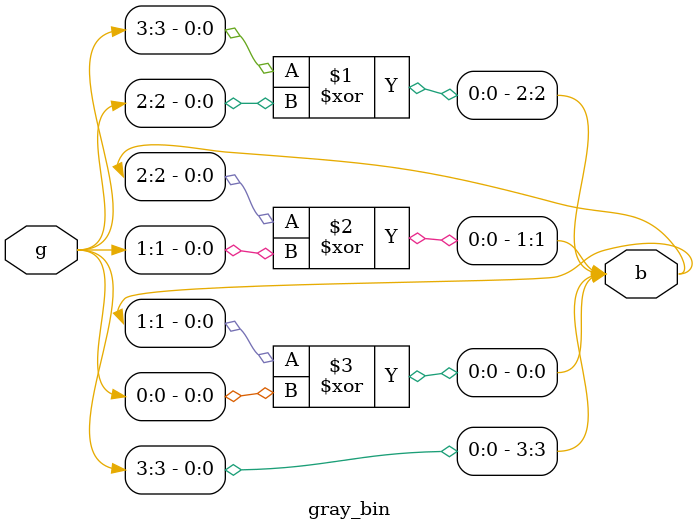
<source format=v>
module gray_bin(input [3:0]g, output [3:0]b);

assign b[3]=g[3];
assign b[2]=b[3]^g[2];
assign b[1]=b[2]^g[1];
assign b[0]=b[1]^g[0];

endmodule

</source>
